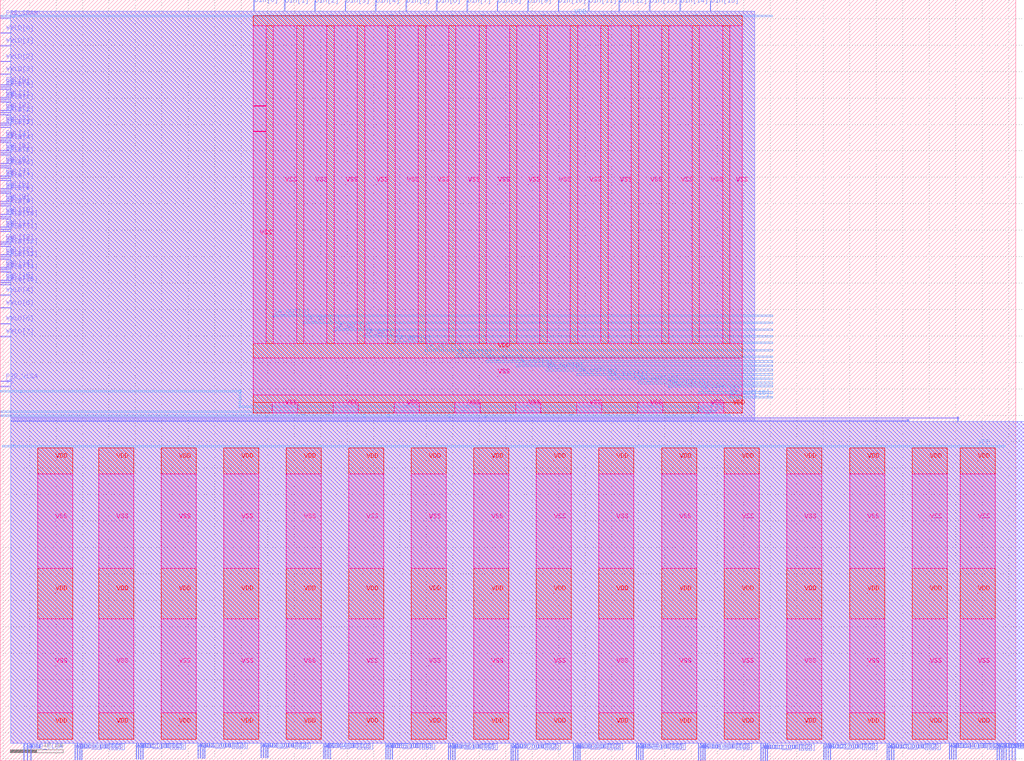
<source format=lef>
VERSION 5.7 ;
  NOWIREEXTENSIONATPIN ON ;
  DIVIDERCHAR "/" ;
  BUSBITCHARS "[]" ;
MACRO Integrated_bitcell_with_dummy_cells
  CLASS BLOCK ;
  FOREIGN Integrated_bitcell_with_dummy_cells ;
  ORIGIN 45.520 90.350 ;
  SIZE 191.920 BY 143.910 ;
  PIN PRE_SRAM
    PORT
      LAYER met1 ;
        RECT -45.490 50.000 -43.600 50.140 ;
    END
  END PRE_SRAM
  PIN RWL[0]
    PORT
      LAYER met1 ;
        RECT -45.490 37.410 -43.600 37.550 ;
    END
  END RWL[0]
  PIN WWL[0]
    PORT
      LAYER met1 ;
        RECT -45.490 37.010 -43.600 37.150 ;
    END
  END WWL[0]
  PIN RWLB[0]
    PORT
      LAYER met1 ;
        RECT -45.490 36.600 -43.600 36.740 ;
    END
  END RWLB[0]
  PIN RWL[1]
    PORT
      LAYER met1 ;
        RECT -45.490 35.000 -43.600 35.140 ;
    END
  END RWL[1]
  PIN WWL[1]
    PORT
      LAYER met1 ;
        RECT -45.490 34.600 -43.600 34.740 ;
    END
  END WWL[1]
  PIN RWLB[1]
    PORT
      LAYER met1 ;
        RECT -45.490 34.190 -43.600 34.330 ;
    END
  END RWLB[1]
  PIN RWL[2]
    PORT
      LAYER met1 ;
        RECT -45.490 32.590 -43.600 32.730 ;
    END
  END RWL[2]
  PIN WWL[2]
    PORT
      LAYER met1 ;
        RECT -45.490 32.190 -43.600 32.330 ;
    END
  END WWL[2]
  PIN RWLB[2]
    PORT
      LAYER met1 ;
        RECT -45.490 31.780 -43.600 31.920 ;
    END
  END RWLB[2]
  PIN RWL[3]
    PORT
      LAYER met1 ;
        RECT -45.490 30.180 -43.600 30.320 ;
    END
  END RWL[3]
  PIN WWL[3]
    PORT
      LAYER met1 ;
        RECT -45.490 29.780 -43.600 29.920 ;
    END
  END WWL[3]
  PIN RWLB[3]
    PORT
      LAYER met1 ;
        RECT -45.490 29.370 -43.600 29.510 ;
    END
  END RWLB[3]
  PIN RWL[4]
    PORT
      LAYER met1 ;
        RECT -45.490 27.370 -43.600 27.510 ;
    END
  END RWL[4]
  PIN WWL[4]
    PORT
      LAYER met1 ;
        RECT -45.490 26.970 -43.600 27.110 ;
    END
  END WWL[4]
  PIN RWLB[4]
    PORT
      LAYER met1 ;
        RECT -45.490 26.560 -43.600 26.700 ;
    END
  END RWLB[4]
  PIN RWL[5]
    PORT
      LAYER met1 ;
        RECT -45.490 24.960 -43.600 25.100 ;
    END
  END RWL[5]
  PIN WWL[5]
    PORT
      LAYER met1 ;
        RECT -45.490 24.560 -43.600 24.700 ;
    END
  END WWL[5]
  PIN RWLB[5]
    PORT
      LAYER met1 ;
        RECT -45.490 24.150 -43.600 24.290 ;
    END
  END RWLB[5]
  PIN RWL[6]
    PORT
      LAYER met1 ;
        RECT -45.490 22.550 -43.600 22.690 ;
    END
  END RWL[6]
  PIN WWL[6]
    PORT
      LAYER met1 ;
        RECT -45.490 22.150 -43.600 22.290 ;
    END
  END WWL[6]
  PIN RWLB[6]
    PORT
      LAYER met1 ;
        RECT -45.490 21.740 -43.600 21.880 ;
    END
  END RWLB[6]
  PIN RWL[7]
    PORT
      LAYER met1 ;
        RECT -45.490 20.140 -43.600 20.280 ;
    END
  END RWL[7]
  PIN WWL[7]
    PORT
      LAYER met1 ;
        RECT -45.490 19.740 -43.600 19.880 ;
    END
  END WWL[7]
  PIN RWLB[7]
    PORT
      LAYER met1 ;
        RECT -45.490 19.330 -43.600 19.470 ;
    END
  END RWLB[7]
  PIN RWL[8]
    PORT
      LAYER met1 ;
        RECT -45.490 17.730 -43.600 17.870 ;
    END
  END RWL[8]
  PIN WWL[8]
    PORT
      LAYER met1 ;
        RECT -45.490 17.330 -43.600 17.470 ;
    END
  END WWL[8]
  PIN RWLB[8]
    PORT
      LAYER met1 ;
        RECT -45.490 16.920 -43.600 17.060 ;
    END
  END RWLB[8]
  PIN RWL[9]
    PORT
      LAYER met1 ;
        RECT -45.490 15.320 -43.600 15.460 ;
    END
  END RWL[9]
  PIN WWL[9]
    PORT
      LAYER met1 ;
        RECT -45.490 14.920 -43.600 15.060 ;
    END
  END WWL[9]
  PIN RWLB[9]
    PORT
      LAYER met1 ;
        RECT -45.490 14.510 -43.600 14.650 ;
    END
  END RWLB[9]
  PIN RWL[10]
    PORT
      LAYER met1 ;
        RECT -45.490 12.910 -43.600 13.050 ;
    END
  END RWL[10]
  PIN WWL[10]
    PORT
      LAYER met1 ;
        RECT -45.490 12.510 -43.600 12.650 ;
    END
  END WWL[10]
  PIN RWLB[10]
    PORT
      LAYER met1 ;
        RECT -45.490 12.100 -43.600 12.240 ;
    END
  END RWLB[10]
  PIN RWL[11]
    PORT
      LAYER met1 ;
        RECT -45.490 10.500 -43.600 10.640 ;
    END
  END RWL[11]
  PIN WWL[11]
    PORT
      LAYER met1 ;
        RECT -45.490 10.100 -43.600 10.240 ;
    END
  END WWL[11]
  PIN RWLB[11]
    PORT
      LAYER met1 ;
        RECT -45.490 9.690 -43.600 9.830 ;
    END
  END RWLB[11]
  PIN RWL[12]
    PORT
      LAYER met1 ;
        RECT -45.490 7.680 -43.600 7.820 ;
    END
  END RWL[12]
  PIN WWL[12]
    PORT
      LAYER met1 ;
        RECT -45.490 7.280 -43.600 7.420 ;
    END
  END WWL[12]
  PIN RWLB[12]
    PORT
      LAYER met1 ;
        RECT -45.490 6.870 -43.600 7.010 ;
    END
  END RWLB[12]
  PIN RWL[13]
    PORT
      LAYER met1 ;
        RECT -45.490 5.270 -43.600 5.410 ;
    END
  END RWL[13]
  PIN WWL[13]
    PORT
      LAYER met1 ;
        RECT -45.490 4.870 -43.600 5.010 ;
    END
  END WWL[13]
  PIN RWLB[13]
    PORT
      LAYER met1 ;
        RECT -45.490 4.460 -43.600 4.600 ;
    END
  END RWLB[13]
  PIN RWL[14]
    PORT
      LAYER met1 ;
        RECT -45.490 2.860 -43.600 3.000 ;
    END
  END RWL[14]
  PIN WWL[14]
    PORT
      LAYER met1 ;
        RECT -45.490 2.460 -43.600 2.600 ;
    END
  END WWL[14]
  PIN RWLB[14]
    PORT
      LAYER met1 ;
        RECT -45.490 2.050 -43.600 2.190 ;
    END
  END RWLB[14]
  PIN RWL[15]
    PORT
      LAYER met1 ;
        RECT -45.490 0.450 -43.600 0.590 ;
    END
  END RWL[15]
  PIN WWL[15]
    PORT
      LAYER met1 ;
        RECT -45.490 0.050 -43.600 0.190 ;
    END
  END WWL[15]
  PIN RWLB[15]
    PORT
      LAYER met1 ;
        RECT -45.490 -0.360 -43.600 -0.220 ;
    END
  END RWLB[15]
  PIN PRE_VLSA
    PORT
      LAYER met1 ;
        RECT -45.490 -18.660 -43.600 -18.520 ;
    END
  END PRE_VLSA
  PIN WE
    PORT
      LAYER met1 ;
        RECT -45.490 -19.640 -43.600 -19.500 ;
    END
  END WE
  PIN PRE_CLSA
    PORT
      LAYER met2 ;
        RECT -39.820 -90.250 -39.680 -87.060 ;
    END
  END PRE_CLSA
  PIN VCLP
    PORT
      LAYER met2 ;
        RECT -40.480 -90.250 -40.340 -87.060 ;
    END
  END VCLP
  PIN SAEN
    PORT
      LAYER met2 ;
        RECT -41.140 -90.250 -41.000 -87.060 ;
    END
  END SAEN
  PIN ADC0_OUT[0]
    PORT
      LAYER met2 ;
        RECT -31.420 -90.170 -31.280 -87.060 ;
    END
  END ADC0_OUT[0]
  PIN ADC0_OUT[1]
    PORT
      LAYER met2 ;
        RECT -31.010 -90.170 -30.870 -87.060 ;
    END
  END ADC0_OUT[1]
  PIN ADC0_OUT[2]
    PORT
      LAYER met2 ;
        RECT -30.610 -90.170 -30.470 -87.060 ;
    END
  END ADC0_OUT[2]
  PIN ADC0_OUT[3]
    PORT
      LAYER met2 ;
        RECT -30.200 -90.170 -30.060 -87.060 ;
    END
  END ADC0_OUT[3]
  PIN ADC1_OUT[0]
    PORT
      LAYER met2 ;
        RECT -19.870 -90.090 -19.730 -87.060 ;
    END
  END ADC1_OUT[0]
  PIN ADC1_OUT[1]
    PORT
      LAYER met2 ;
        RECT -19.470 -90.090 -19.330 -87.060 ;
    END
  END ADC1_OUT[1]
  PIN ADC1_OUT[2]
    PORT
      LAYER met2 ;
        RECT -19.050 -90.090 -18.910 -87.060 ;
    END
  END ADC1_OUT[2]
  PIN ADC1_OUT[3]
    PORT
      LAYER met2 ;
        RECT -18.640 -90.090 -18.500 -87.060 ;
    END
  END ADC1_OUT[3]
  PIN ADC2_OUT[0]
    PORT
      LAYER met2 ;
        RECT -8.180 -89.860 -8.040 -87.060 ;
    END
  END ADC2_OUT[0]
  PIN ADC2_OUT[1]
    PORT
      LAYER met2 ;
        RECT -7.780 -89.860 -7.640 -87.060 ;
    END
  END ADC2_OUT[1]
  PIN ADC2_OUT[2]
    PORT
      LAYER met2 ;
        RECT -7.360 -89.860 -7.220 -87.060 ;
    END
  END ADC2_OUT[2]
  PIN ADC2_OUT[3]
    PORT
      LAYER met2 ;
        RECT -6.950 -89.860 -6.810 -87.060 ;
    END
  END ADC2_OUT[3]
  PIN ADC3_OUT[0]
    PORT
      LAYER met2 ;
        RECT 3.730 -89.780 3.870 -87.060 ;
    END
  END ADC3_OUT[0]
  PIN ADC3_OUT[1]
    PORT
      LAYER met2 ;
        RECT 4.130 -89.780 4.270 -87.060 ;
    END
  END ADC3_OUT[1]
  PIN ADC3_OUT[2]
    PORT
      LAYER met2 ;
        RECT 4.550 -89.780 4.690 -87.060 ;
    END
  END ADC3_OUT[2]
  PIN ADC3_OUT[3]
    PORT
      LAYER met2 ;
        RECT 4.960 -89.780 5.100 -87.060 ;
    END
  END ADC3_OUT[3]
  PIN ADC4_OUT[0]
    PORT
      LAYER met2 ;
        RECT 15.500 -89.950 15.640 -87.060 ;
    END
  END ADC4_OUT[0]
  PIN ADC4_OUT[1]
    PORT
      LAYER met2 ;
        RECT 15.900 -89.950 16.040 -87.060 ;
    END
  END ADC4_OUT[1]
  PIN ADC4_OUT[2]
    PORT
      LAYER met2 ;
        RECT 16.320 -89.950 16.460 -87.060 ;
    END
  END ADC4_OUT[2]
  PIN ADC4_OUT[3]
    PORT
      LAYER met2 ;
        RECT 16.730 -89.950 16.870 -87.060 ;
    END
  END ADC4_OUT[3]
  PIN ADC5_OUT[0]
    PORT
      LAYER met2 ;
        RECT 27.270 -90.070 27.410 -87.060 ;
    END
  END ADC5_OUT[0]
  PIN ADC5_OUT[1]
    PORT
      LAYER met2 ;
        RECT 27.670 -90.070 27.810 -87.060 ;
    END
  END ADC5_OUT[1]
  PIN ADC5_OUT[2]
    PORT
      LAYER met2 ;
        RECT 28.090 -90.070 28.230 -87.060 ;
    END
  END ADC5_OUT[2]
  PIN ADC5_OUT[3]
    PORT
      LAYER met2 ;
        RECT 28.500 -90.070 28.640 -87.060 ;
    END
  END ADC5_OUT[3]
  PIN ADC6_OUT[0]
    PORT
      LAYER met2 ;
        RECT 39.090 -90.180 39.230 -87.060 ;
    END
  END ADC6_OUT[0]
  PIN ADC6_OUT[1]
    PORT
      LAYER met2 ;
        RECT 39.490 -90.180 39.630 -87.060 ;
    END
  END ADC6_OUT[1]
  PIN ADC6_OUT[2]
    PORT
      LAYER met2 ;
        RECT 39.910 -90.180 40.050 -87.060 ;
    END
  END ADC6_OUT[2]
  PIN ADC6_OUT[3]
    PORT
      LAYER met2 ;
        RECT 40.320 -90.180 40.460 -87.060 ;
    END
  END ADC6_OUT[3]
  PIN ADC7_OUT[0]
    PORT
      LAYER met2 ;
        RECT 50.950 -90.260 51.090 -87.060 ;
    END
  END ADC7_OUT[0]
  PIN ADC7_OUT[1]
    PORT
      LAYER met2 ;
        RECT 51.350 -90.260 51.490 -87.060 ;
    END
  END ADC7_OUT[1]
  PIN ADC7_OUT[2]
    PORT
      LAYER met2 ;
        RECT 51.770 -90.260 51.910 -87.060 ;
    END
  END ADC7_OUT[2]
  PIN ADC7_OUT[3]
    PORT
      LAYER met2 ;
        RECT 52.180 -90.260 52.320 -87.060 ;
    END
  END ADC7_OUT[3]
  PIN ADC8_OUT[0]
    PORT
      LAYER met2 ;
        RECT 62.740 -90.230 62.880 -87.060 ;
    END
  END ADC8_OUT[0]
  PIN ADC8_OUT[1]
    PORT
      LAYER met2 ;
        RECT 63.140 -90.230 63.280 -87.060 ;
    END
  END ADC8_OUT[1]
  PIN ADC8_OUT[2]
    PORT
      LAYER met2 ;
        RECT 63.560 -90.230 63.700 -87.060 ;
    END
  END ADC8_OUT[2]
  PIN ADC8_OUT[3]
    PORT
      LAYER met2 ;
        RECT 63.970 -90.230 64.110 -87.060 ;
    END
  END ADC8_OUT[3]
  PIN ADC9_OUT[0]
    PORT
      LAYER met2 ;
        RECT 74.620 -90.120 74.760 -87.060 ;
    END
  END ADC9_OUT[0]
  PIN ADC9_OUT[1]
    PORT
      LAYER met2 ;
        RECT 75.020 -90.120 75.160 -87.060 ;
    END
  END ADC9_OUT[1]
  PIN ADC9_OUT[2]
    PORT
      LAYER met2 ;
        RECT 75.440 -90.120 75.580 -87.060 ;
    END
  END ADC9_OUT[2]
  PIN ADC9_OUT[3]
    PORT
      LAYER met2 ;
        RECT 75.850 -90.120 75.990 -87.060 ;
    END
  END ADC9_OUT[3]
  PIN ADC10_OUT[0]
    PORT
      LAYER met2 ;
        RECT 86.350 -90.270 86.490 -87.060 ;
    END
  END ADC10_OUT[0]
  PIN ADC10_OUT[1]
    PORT
      LAYER met2 ;
        RECT 86.750 -90.270 86.890 -87.060 ;
    END
  END ADC10_OUT[1]
  PIN ADC10_OUT[2]
    PORT
      LAYER met2 ;
        RECT 87.170 -90.270 87.310 -87.060 ;
    END
  END ADC10_OUT[2]
  PIN ADC10_OUT[3]
    PORT
      LAYER met2 ;
        RECT 87.580 -90.270 87.720 -87.060 ;
    END
  END ADC10_OUT[3]
  PIN ADC11_OUT[0]
    PORT
      LAYER met2 ;
        RECT 98.170 -90.350 98.310 -87.060 ;
    END
  END ADC11_OUT[0]
  PIN ADC11_OUT[1]
    PORT
      LAYER met2 ;
        RECT 98.570 -90.350 98.710 -87.060 ;
    END
  END ADC11_OUT[1]
  PIN ADC11_OUT[2]
    PORT
      LAYER met2 ;
        RECT 98.990 -90.350 99.130 -87.060 ;
    END
  END ADC11_OUT[2]
  PIN ADC11_OUT[3]
    PORT
      LAYER met2 ;
        RECT 99.400 -90.350 99.540 -87.060 ;
    END
  END ADC11_OUT[3]
  PIN ADC12_OUT[0]
    PORT
      LAYER met2 ;
        RECT 110.060 -90.170 110.200 -87.060 ;
    END
  END ADC12_OUT[0]
  PIN ADC12_OUT[1]
    PORT
      LAYER met2 ;
        RECT 110.460 -90.170 110.600 -87.060 ;
    END
  END ADC12_OUT[1]
  PIN ADC12_OUT[2]
    PORT
      LAYER met2 ;
        RECT 110.880 -90.170 111.020 -87.060 ;
    END
  END ADC12_OUT[2]
  PIN ADC12_OUT[3]
    PORT
      LAYER met2 ;
        RECT 111.290 -90.170 111.430 -87.060 ;
    END
  END ADC12_OUT[3]
  PIN ADC13_OUT[0]
    PORT
      LAYER met2 ;
        RECT 122.010 -90.130 122.150 -87.060 ;
    END
  END ADC13_OUT[0]
  PIN ADC13_OUT[1]
    PORT
      LAYER met2 ;
        RECT 122.410 -90.130 122.550 -87.060 ;
    END
  END ADC13_OUT[1]
  PIN ADC13_OUT[2]
    PORT
      LAYER met2 ;
        RECT 122.830 -90.130 122.970 -87.060 ;
    END
  END ADC13_OUT[2]
  PIN ADC13_OUT[3]
    PORT
      LAYER met2 ;
        RECT 123.240 -90.130 123.380 -87.060 ;
    END
  END ADC13_OUT[3]
  PIN ADC14_OUT[0]
    PORT
      LAYER met2 ;
        RECT 133.770 -90.070 133.910 -87.060 ;
    END
  END ADC14_OUT[0]
  PIN ADC14_OUT[1]
    PORT
      LAYER met2 ;
        RECT 134.170 -90.070 134.310 -87.060 ;
    END
  END ADC14_OUT[1]
  PIN ADC14_OUT[2]
    PORT
      LAYER met2 ;
        RECT 134.590 -90.070 134.730 -87.060 ;
    END
  END ADC14_OUT[2]
  PIN ADC14_OUT[3]
    PORT
      LAYER met2 ;
        RECT 135.000 -90.070 135.140 -87.060 ;
    END
  END ADC14_OUT[3]
  PIN ADC15_OUT[0]
    PORT
      LAYER met2 ;
        RECT 142.810 -90.110 142.950 -87.060 ;
    END
  END ADC15_OUT[0]
  PIN ADC15_OUT[1]
    PORT
      LAYER met2 ;
        RECT 143.210 -90.110 143.350 -87.060 ;
    END
  END ADC15_OUT[1]
  PIN ADC15_OUT[2]
    PORT
      LAYER met2 ;
        RECT 143.630 -90.110 143.770 -87.060 ;
    END
  END ADC15_OUT[2]
  PIN ADC15_OUT[3]
    PORT
      LAYER met2 ;
        RECT 144.040 -90.110 144.180 -87.060 ;
    END
  END ADC15_OUT[3]
  PIN Din[0]
    PORT
      LAYER met2 ;
        RECT 2.340 51.430 2.480 53.560 ;
    END
  END Din[0]
  PIN Din[1]
    PORT
      LAYER met2 ;
        RECT 8.150 51.430 8.290 53.450 ;
    END
  END Din[1]
  PIN Din[2]
    PORT
      LAYER met2 ;
        RECT 13.860 51.430 14.000 53.410 ;
    END
  END Din[2]
  PIN Din[3]
    PORT
      LAYER met2 ;
        RECT 19.640 51.430 19.780 53.420 ;
    END
  END Din[3]
  PIN Din[4]
    PORT
      LAYER met2 ;
        RECT 25.370 51.430 25.510 53.420 ;
    END
  END Din[4]
  PIN Din[5]
    PORT
      LAYER met2 ;
        RECT 31.100 51.430 31.240 53.400 ;
    END
  END Din[5]
  PIN Din[6]
    PORT
      LAYER met2 ;
        RECT 36.860 51.430 37.000 53.410 ;
    END
  END Din[6]
  PIN Din[7]
    PORT
      LAYER met2 ;
        RECT 42.640 51.430 42.780 53.420 ;
    END
  END Din[7]
  PIN Din[8]
    PORT
      LAYER met2 ;
        RECT 48.370 51.430 48.510 53.420 ;
    END
  END Din[8]
  PIN Din[9]
    PORT
      LAYER met2 ;
        RECT 54.120 51.430 54.260 53.400 ;
    END
  END Din[9]
  PIN Din[10]
    PORT
      LAYER met2 ;
        RECT 59.880 51.430 60.020 53.410 ;
    END
  END Din[10]
  PIN Din[11]
    PORT
      LAYER met2 ;
        RECT 65.610 51.430 65.750 53.410 ;
    END
  END Din[11]
  PIN Din[12]
    PORT
      LAYER met2 ;
        RECT 71.360 51.430 71.500 53.410 ;
    END
  END Din[12]
  PIN Din[13]
    PORT
      LAYER met2 ;
        RECT 77.110 51.430 77.250 53.420 ;
    END
  END Din[13]
  PIN Din[14]
    PORT
      LAYER met2 ;
        RECT 82.880 51.430 83.020 53.420 ;
    END
  END Din[14]
  PIN Din[15]
    PORT
      LAYER met2 ;
        RECT 88.630 51.430 88.770 53.420 ;
    END
  END Din[15]
  PIN WWLD[0]
    PORT
      LAYER met1 ;
        RECT -45.490 47.210 -43.600 47.350 ;
    END
  END WWLD[0]
  PIN WWLD[1]
    PORT
      LAYER met1 ;
        RECT -45.490 44.800 -43.600 44.940 ;
    END
  END WWLD[1]
  PIN WWLD[2]
    PORT
      LAYER met1 ;
        RECT -45.490 41.830 -43.600 41.970 ;
    END
  END WWLD[2]
  PIN WWLD[3]
    PORT
      LAYER met1 ;
        RECT -45.490 39.420 -43.600 39.560 ;
    END
  END WWLD[3]
  PIN WWLD[4]
    PORT
      LAYER met1 ;
        RECT -45.490 -2.360 -43.600 -2.220 ;
    END
  END WWLD[4]
  PIN WWLD[5]
    PORT
      LAYER met1 ;
        RECT -45.490 -4.770 -43.600 -4.630 ;
    END
  END WWLD[5]
  PIN WWLD[6]
    PORT
      LAYER met1 ;
        RECT -45.490 -7.770 -43.600 -7.630 ;
    END
  END WWLD[6]
  PIN WWLD[7]
    PORT
      LAYER met1 ;
        RECT -45.490 -10.180 -43.600 -10.040 ;
    END
  END WWLD[7]
  PIN SA_OUT[0]
    PORT
      LAYER met3 ;
        RECT 5.930 -6.070 6.290 -6.040 ;
        RECT 5.930 -6.370 100.480 -6.070 ;
        RECT 5.930 -6.400 6.290 -6.370 ;
    END
  END SA_OUT[0]
  PIN SA_OUT[1]
    PORT
      LAYER met3 ;
        RECT 11.680 -7.340 12.040 -7.310 ;
        RECT 11.680 -7.640 100.480 -7.340 ;
        RECT 11.680 -7.670 12.040 -7.640 ;
    END
  END SA_OUT[1]
  PIN SA_OUT[2]
    PORT
      LAYER met3 ;
        RECT 17.480 -8.710 17.840 -8.680 ;
        RECT 17.480 -9.010 100.480 -8.710 ;
        RECT 17.480 -9.040 17.840 -9.010 ;
    END
  END SA_OUT[2]
  PIN SA_OUT[3]
    PORT
      LAYER met3 ;
        RECT 23.180 -9.880 23.540 -9.850 ;
        RECT 23.180 -10.180 100.480 -9.880 ;
        RECT 23.180 -10.210 23.540 -10.180 ;
    END
  END SA_OUT[3]
  PIN SA_OUT[4]
    PORT
      LAYER met3 ;
        RECT 28.930 -11.130 29.290 -11.100 ;
        RECT 28.930 -11.430 100.480 -11.130 ;
        RECT 28.930 -11.460 29.290 -11.430 ;
    END
  END SA_OUT[4]
  PIN SA_OUT[5]
    PORT
      LAYER met3 ;
        RECT 34.680 -12.580 35.040 -12.550 ;
        RECT 34.680 -12.880 100.480 -12.580 ;
        RECT 34.680 -12.910 35.040 -12.880 ;
    END
  END SA_OUT[5]
  PIN SA_OUT[6]
    PORT
      LAYER met3 ;
        RECT 40.400 -13.800 40.800 -13.750 ;
        RECT 40.400 -14.100 100.480 -13.800 ;
        RECT 40.400 -14.150 40.800 -14.100 ;
    END
  END SA_OUT[6]
  PIN SA_OUT[7]
    PORT
      LAYER met3 ;
        RECT 46.180 -14.680 46.540 -14.650 ;
        RECT 46.180 -14.980 100.480 -14.680 ;
        RECT 46.180 -15.010 46.540 -14.980 ;
    END
  END SA_OUT[7]
  PIN SA_OUT[8]
    PORT
      LAYER met3 ;
        RECT 51.930 -15.510 52.290 -15.480 ;
        RECT 51.930 -15.810 100.480 -15.510 ;
        RECT 51.930 -15.840 52.290 -15.810 ;
    END
  END SA_OUT[8]
  PIN SA_OUT[9]
    PORT
      LAYER met3 ;
        RECT 57.680 -16.290 58.040 -16.260 ;
        RECT 57.680 -16.590 100.480 -16.290 ;
        RECT 57.680 -16.620 58.040 -16.590 ;
    END
  END SA_OUT[9]
  PIN SA_OUT[10]
    PORT
      LAYER met3 ;
        RECT 63.430 -17.150 63.790 -17.120 ;
        RECT 63.430 -17.450 100.480 -17.150 ;
        RECT 63.430 -17.480 63.790 -17.450 ;
    END
  END SA_OUT[10]
  PIN SA_OUT[11]
    PORT
      LAYER met3 ;
        RECT 69.180 -17.950 69.540 -17.920 ;
        RECT 69.180 -18.250 100.480 -17.950 ;
        RECT 69.180 -18.280 69.540 -18.250 ;
    END
  END SA_OUT[11]
  PIN SA_OUT[12]
    PORT
      LAYER met3 ;
        RECT 74.930 -18.750 75.290 -18.720 ;
        RECT 74.930 -19.050 100.480 -18.750 ;
        RECT 74.930 -19.080 75.290 -19.050 ;
    END
  END SA_OUT[12]
  PIN SA_OUT[13]
    PORT
      LAYER met3 ;
        RECT 80.680 -19.400 81.040 -19.370 ;
        RECT 80.680 -19.700 100.480 -19.400 ;
        RECT 80.680 -19.730 81.040 -19.700 ;
    END
  END SA_OUT[13]
  PIN SA_OUT[14]
    PORT
      LAYER met3 ;
        RECT 86.430 -20.540 86.790 -20.510 ;
        RECT 86.430 -20.840 100.480 -20.540 ;
        RECT 86.430 -20.870 86.790 -20.840 ;
    END
  END SA_OUT[14]
  PIN SA_OUT[15]
    PORT
      LAYER met3 ;
        RECT 92.180 -21.430 92.540 -21.400 ;
        RECT 92.180 -21.730 100.480 -21.430 ;
        RECT 92.180 -21.760 92.540 -21.730 ;
    END
  END SA_OUT[15]
  PIN EN
    PORT
      LAYER met3 ;
        RECT 7.300 -24.190 7.700 -24.140 ;
        RECT 8.850 -24.190 9.250 -24.140 ;
        RECT 18.800 -24.190 19.200 -24.140 ;
        RECT 20.350 -24.190 20.750 -24.140 ;
        RECT 30.300 -24.190 30.700 -24.140 ;
        RECT 31.840 -24.190 32.240 -24.140 ;
        RECT 41.770 -24.190 42.170 -24.140 ;
        RECT 43.360 -24.190 43.760 -24.150 ;
        RECT 53.290 -24.190 53.690 -24.140 ;
        RECT 54.840 -24.190 55.240 -24.140 ;
        RECT 64.800 -24.190 65.200 -24.150 ;
        RECT 66.330 -24.190 66.730 -24.150 ;
        RECT 76.310 -24.190 76.710 -24.140 ;
        RECT 77.840 -24.190 78.240 -24.140 ;
        RECT 87.800 -24.190 88.200 -24.140 ;
        RECT 89.320 -24.190 89.720 -24.130 ;
        RECT -45.420 -24.490 89.720 -24.190 ;
        RECT 7.300 -24.540 7.700 -24.490 ;
        RECT 8.850 -24.540 9.250 -24.490 ;
        RECT 18.800 -24.540 19.200 -24.490 ;
        RECT 20.350 -24.540 20.750 -24.490 ;
        RECT 30.300 -24.540 30.700 -24.490 ;
        RECT 31.840 -24.540 32.240 -24.490 ;
        RECT 41.770 -24.540 42.170 -24.490 ;
        RECT 43.360 -24.550 43.760 -24.490 ;
        RECT 53.290 -24.540 53.690 -24.490 ;
        RECT 54.840 -24.540 55.240 -24.490 ;
        RECT 64.800 -24.550 65.200 -24.490 ;
        RECT 66.330 -24.550 66.730 -24.490 ;
        RECT 76.310 -24.540 76.710 -24.490 ;
        RECT 77.840 -24.540 78.240 -24.490 ;
        RECT 87.800 -24.540 88.200 -24.490 ;
        RECT 89.320 -24.540 89.720 -24.490 ;
    END
  END EN
  PIN PRE_A
    PORT
      LAYER met3 ;
        RECT 4.610 -24.950 5.010 -24.910 ;
        RECT 11.540 -24.950 11.940 -24.840 ;
        RECT 16.100 -24.950 16.500 -24.830 ;
        RECT 23.030 -24.950 23.430 -24.880 ;
        RECT 27.620 -24.950 28.020 -24.890 ;
        RECT 34.540 -24.950 34.940 -24.870 ;
        RECT 39.120 -24.950 39.520 -24.890 ;
        RECT 46.030 -24.950 46.430 -24.910 ;
        RECT 50.610 -24.950 51.010 -24.850 ;
        RECT 57.540 -24.950 57.940 -24.870 ;
        RECT 62.110 -24.950 62.510 -24.830 ;
        RECT 69.030 -24.950 69.430 -24.870 ;
        RECT 73.610 -24.950 74.010 -24.870 ;
        RECT 80.530 -24.950 80.930 -24.900 ;
        RECT 85.110 -24.950 85.510 -24.890 ;
        RECT 92.030 -24.950 92.390 -24.870 ;
        RECT -45.420 -25.250 92.390 -24.950 ;
        RECT 4.610 -25.310 5.010 -25.250 ;
        RECT 23.030 -25.280 23.430 -25.250 ;
        RECT 27.620 -25.290 28.020 -25.250 ;
        RECT 34.540 -25.270 34.940 -25.250 ;
        RECT 39.120 -25.290 39.520 -25.250 ;
        RECT 46.030 -25.310 46.430 -25.250 ;
        RECT 57.540 -25.270 57.940 -25.250 ;
        RECT 69.030 -25.270 69.430 -25.250 ;
        RECT 73.610 -25.270 74.010 -25.250 ;
        RECT 80.530 -25.300 80.930 -25.250 ;
        RECT 85.110 -25.290 85.510 -25.250 ;
    END
  END PRE_A
  PIN VDD
    PORT
      LAYER met3 ;
        RECT -43.170 -30.670 -42.810 -30.600 ;
        RECT -35.270 -30.670 -34.910 -30.640 ;
        RECT -23.770 -30.670 -23.410 -30.640 ;
        RECT -11.950 -30.670 -11.590 -30.630 ;
        RECT 11.670 -30.670 12.030 -30.660 ;
        RECT 47.130 -30.670 47.490 -30.640 ;
        RECT 82.590 -30.670 82.950 -30.650 ;
        RECT 94.430 -30.670 94.790 -30.660 ;
        RECT 118.140 -30.670 118.500 -30.630 ;
        RECT 130.010 -30.670 130.370 -30.650 ;
        RECT -45.150 -30.970 144.360 -30.670 ;
        RECT -35.270 -31.000 -34.910 -30.970 ;
        RECT -23.770 -31.000 -23.410 -30.970 ;
        RECT -11.950 -30.990 -11.590 -30.970 ;
        RECT -0.140 -31.040 0.220 -30.970 ;
        RECT 11.670 -31.020 12.030 -30.970 ;
        RECT 23.490 -31.030 23.850 -30.970 ;
        RECT 35.310 -31.030 35.670 -30.970 ;
        RECT 47.130 -31.000 47.490 -30.970 ;
        RECT 58.950 -31.030 59.310 -30.970 ;
        RECT 70.770 -31.030 71.130 -30.970 ;
        RECT 82.590 -31.010 82.950 -30.970 ;
        RECT 94.430 -31.020 94.790 -30.970 ;
        RECT 106.270 -31.030 106.630 -30.970 ;
        RECT 118.140 -30.990 118.500 -30.970 ;
        RECT 130.010 -31.010 130.370 -30.970 ;
        RECT 139.020 -31.030 139.380 -30.970 ;
    END
    PORT
      LAYER met3 ;
        RECT 5.190 50.640 5.590 50.740 ;
        RECT 10.950 50.640 11.350 50.740 ;
        RECT 16.700 50.640 17.100 50.740 ;
        RECT 22.430 50.640 22.830 50.740 ;
        RECT 28.190 50.640 28.590 50.740 ;
        RECT 33.930 50.640 34.330 50.740 ;
        RECT 39.680 50.640 40.080 50.740 ;
        RECT 45.430 50.640 45.830 50.740 ;
        RECT 51.180 50.640 51.580 50.740 ;
        RECT 56.940 50.640 57.340 50.740 ;
        RECT 62.690 50.640 63.090 50.730 ;
        RECT 68.430 50.640 68.830 50.740 ;
        RECT 74.180 50.640 74.580 50.740 ;
        RECT 79.930 50.640 80.330 50.740 ;
        RECT 85.670 50.640 86.070 50.740 ;
        RECT 91.420 50.640 91.820 50.740 ;
        RECT -45.490 50.340 100.380 50.640 ;
        RECT -43.170 50.280 -42.810 50.340 ;
        RECT 62.690 50.330 63.090 50.340 ;
    END
    PORT
      LAYER nwell ;
        RECT 135.850 -86.240 142.470 -81.270 ;
    END
    PORT
      LAYER nwell ;
        RECT 126.840 -86.240 133.460 -81.270 ;
    END
    PORT
      LAYER nwell ;
        RECT 114.970 -86.240 121.590 -81.270 ;
    END
    PORT
      LAYER nwell ;
        RECT 103.100 -86.240 109.720 -81.270 ;
    END
    PORT
      LAYER nwell ;
        RECT 91.260 -86.240 97.880 -81.270 ;
    END
    PORT
      LAYER nwell ;
        RECT 79.420 -86.240 86.040 -81.270 ;
    END
    PORT
      LAYER nwell ;
        RECT 67.600 -86.240 74.220 -81.270 ;
    END
    PORT
      LAYER nwell ;
        RECT 55.780 -86.240 62.400 -81.270 ;
    END
    PORT
      LAYER nwell ;
        RECT 43.960 -86.240 50.580 -81.270 ;
    END
    PORT
      LAYER nwell ;
        RECT 32.140 -86.240 38.760 -81.270 ;
    END
    PORT
      LAYER nwell ;
        RECT 20.320 -86.240 26.940 -81.270 ;
    END
    PORT
      LAYER nwell ;
        RECT 8.500 -86.240 15.120 -81.270 ;
    END
    PORT
      LAYER nwell ;
        RECT -3.310 -86.240 3.310 -81.270 ;
    END
    PORT
      LAYER nwell ;
        RECT -15.120 -86.240 -8.500 -81.270 ;
    END
    PORT
      LAYER nwell ;
        RECT -26.940 -86.240 -20.320 -81.270 ;
    END
    PORT
      LAYER nwell ;
        RECT -38.440 -86.240 -31.820 -81.270 ;
    END
    PORT
      LAYER nwell ;
        RECT 135.850 -63.470 142.470 -53.940 ;
    END
    PORT
      LAYER nwell ;
        RECT 126.840 -63.470 133.460 -53.940 ;
    END
    PORT
      LAYER nwell ;
        RECT 114.970 -63.470 121.590 -53.940 ;
    END
    PORT
      LAYER nwell ;
        RECT 103.100 -63.470 109.720 -53.940 ;
    END
    PORT
      LAYER nwell ;
        RECT 91.260 -63.470 97.880 -53.940 ;
    END
    PORT
      LAYER nwell ;
        RECT 79.420 -63.470 86.040 -53.940 ;
    END
    PORT
      LAYER nwell ;
        RECT 67.600 -63.470 74.220 -53.940 ;
    END
    PORT
      LAYER nwell ;
        RECT 55.780 -63.470 62.400 -53.940 ;
    END
    PORT
      LAYER nwell ;
        RECT 43.960 -63.470 50.580 -53.940 ;
    END
    PORT
      LAYER nwell ;
        RECT 32.140 -63.470 38.760 -53.940 ;
    END
    PORT
      LAYER nwell ;
        RECT 20.320 -63.470 26.940 -53.940 ;
    END
    PORT
      LAYER nwell ;
        RECT 8.500 -63.470 15.120 -53.940 ;
    END
    PORT
      LAYER nwell ;
        RECT -3.310 -63.470 3.310 -53.940 ;
    END
    PORT
      LAYER nwell ;
        RECT -15.120 -63.470 -8.500 -53.940 ;
    END
    PORT
      LAYER nwell ;
        RECT -26.940 -63.470 -20.320 -53.940 ;
    END
    PORT
      LAYER nwell ;
        RECT -38.440 -63.470 -31.820 -53.940 ;
    END
    PORT
      LAYER nwell ;
        RECT 135.850 -36.140 142.470 -31.170 ;
    END
    PORT
      LAYER nwell ;
        RECT 126.840 -36.140 133.460 -31.170 ;
    END
    PORT
      LAYER nwell ;
        RECT 114.970 -36.140 121.590 -31.170 ;
    END
    PORT
      LAYER nwell ;
        RECT 103.100 -36.140 109.720 -31.170 ;
    END
    PORT
      LAYER nwell ;
        RECT 91.260 -36.140 97.880 -31.170 ;
    END
    PORT
      LAYER nwell ;
        RECT 79.420 -36.140 86.040 -31.170 ;
    END
    PORT
      LAYER nwell ;
        RECT 67.600 -36.140 74.220 -31.170 ;
    END
    PORT
      LAYER nwell ;
        RECT 55.780 -36.140 62.400 -31.170 ;
    END
    PORT
      LAYER nwell ;
        RECT 43.960 -36.140 50.580 -31.170 ;
    END
    PORT
      LAYER nwell ;
        RECT 32.140 -36.140 38.760 -31.170 ;
    END
    PORT
      LAYER nwell ;
        RECT 20.320 -36.140 26.940 -31.170 ;
    END
    PORT
      LAYER nwell ;
        RECT 8.500 -36.140 15.120 -31.170 ;
    END
    PORT
      LAYER nwell ;
        RECT -3.310 -36.140 3.310 -31.170 ;
    END
    PORT
      LAYER nwell ;
        RECT -15.120 -36.140 -8.500 -31.170 ;
    END
    PORT
      LAYER nwell ;
        RECT -26.940 -36.140 -20.320 -31.170 ;
    END
    PORT
      LAYER nwell ;
        RECT -38.440 -36.140 -31.820 -31.170 ;
    END
    PORT
      LAYER nwell ;
        RECT 2.250 -22.560 94.660 -21.210 ;
        RECT 2.250 -24.540 5.890 -22.560 ;
        RECT 10.640 -24.540 17.390 -22.560 ;
        RECT 22.140 -24.540 28.890 -22.560 ;
        RECT 33.640 -24.540 40.390 -22.560 ;
        RECT 45.140 -24.540 51.890 -22.560 ;
        RECT 56.640 -24.540 63.390 -22.560 ;
        RECT 68.140 -24.540 74.890 -22.560 ;
        RECT 79.640 -24.540 86.390 -22.560 ;
        RECT 91.140 -24.540 94.660 -22.560 ;
    END
    PORT
      LAYER nwell ;
        RECT 2.250 48.670 94.660 50.590 ;
        RECT 4.700 -11.420 6.080 48.670 ;
        RECT 10.450 -11.420 11.830 48.670 ;
        RECT 16.200 -11.420 17.580 48.670 ;
        RECT 21.950 -11.420 23.330 48.670 ;
        RECT 27.700 -11.420 29.080 48.670 ;
        RECT 33.450 -11.420 34.830 48.670 ;
        RECT 39.200 -11.420 40.580 48.670 ;
        RECT 44.950 -11.420 46.330 48.670 ;
        RECT 50.700 -11.420 52.080 48.670 ;
        RECT 56.450 -11.420 57.830 48.670 ;
        RECT 62.200 -11.420 63.580 48.670 ;
        RECT 67.950 -11.420 69.330 48.670 ;
        RECT 73.700 -11.420 75.080 48.670 ;
        RECT 79.450 -11.420 80.830 48.670 ;
        RECT 85.200 -11.420 86.580 48.670 ;
        RECT 90.950 -11.420 92.330 48.670 ;
        RECT 2.250 -14.140 94.660 -11.420 ;
    END
  END VDD
  PIN VSS
    PORT
      LAYER met3 ;
        RECT -0.400 -20.300 0.000 -20.250 ;
        RECT -45.520 -20.600 0.000 -20.300 ;
        RECT -41.830 -20.670 -41.470 -20.600 ;
        RECT -0.400 -20.650 0.000 -20.600 ;
        RECT -0.350 -23.210 -0.050 -20.650 ;
        RECT 8.060 -23.200 8.460 -23.150 ;
        RECT 8.050 -23.210 8.460 -23.200 ;
        RECT 19.550 -23.210 19.950 -23.160 ;
        RECT 30.980 -23.210 31.380 -23.170 ;
        RECT 42.550 -23.210 42.950 -23.180 ;
        RECT 53.950 -23.210 54.350 -23.160 ;
        RECT 65.630 -23.210 66.030 -23.160 ;
        RECT 77.080 -23.210 77.480 -23.160 ;
        RECT 88.650 -23.190 89.050 -23.140 ;
        RECT 88.640 -23.210 89.050 -23.190 ;
        RECT -0.350 -23.510 89.050 -23.210 ;
        RECT 8.060 -23.550 8.460 -23.510 ;
        RECT 19.550 -23.560 19.950 -23.510 ;
        RECT 30.970 -23.520 31.380 -23.510 ;
        RECT 30.980 -23.570 31.380 -23.520 ;
        RECT 42.540 -23.530 42.950 -23.510 ;
        RECT 42.550 -23.580 42.950 -23.530 ;
        RECT 53.950 -23.560 54.350 -23.510 ;
        RECT 65.630 -23.560 66.030 -23.510 ;
        RECT 77.080 -23.560 77.480 -23.510 ;
        RECT 88.650 -23.540 89.050 -23.510 ;
    END
    PORT
      LAYER pwell ;
        RECT 135.850 -81.270 142.470 -63.470 ;
    END
    PORT
      LAYER pwell ;
        RECT 126.840 -81.270 133.460 -63.470 ;
    END
    PORT
      LAYER pwell ;
        RECT 114.970 -81.270 121.590 -63.470 ;
    END
    PORT
      LAYER pwell ;
        RECT 103.100 -81.270 109.720 -63.470 ;
    END
    PORT
      LAYER pwell ;
        RECT 91.260 -81.270 97.880 -63.470 ;
    END
    PORT
      LAYER pwell ;
        RECT 79.420 -81.270 86.040 -63.470 ;
    END
    PORT
      LAYER pwell ;
        RECT 67.600 -81.270 74.220 -63.470 ;
    END
    PORT
      LAYER pwell ;
        RECT 55.780 -81.270 62.400 -63.470 ;
    END
    PORT
      LAYER pwell ;
        RECT 43.960 -81.270 50.580 -63.470 ;
    END
    PORT
      LAYER pwell ;
        RECT 32.140 -81.270 38.760 -63.470 ;
    END
    PORT
      LAYER pwell ;
        RECT 20.320 -81.270 26.940 -63.470 ;
    END
    PORT
      LAYER pwell ;
        RECT 8.500 -81.270 15.120 -63.470 ;
    END
    PORT
      LAYER pwell ;
        RECT -3.310 -81.270 3.310 -63.470 ;
    END
    PORT
      LAYER pwell ;
        RECT -15.120 -81.270 -8.500 -63.470 ;
    END
    PORT
      LAYER pwell ;
        RECT -26.940 -81.270 -20.320 -63.470 ;
    END
    PORT
      LAYER pwell ;
        RECT -38.440 -81.270 -31.820 -63.470 ;
    END
    PORT
      LAYER pwell ;
        RECT 135.850 -53.940 142.470 -36.140 ;
    END
    PORT
      LAYER pwell ;
        RECT 126.840 -53.940 133.460 -36.140 ;
    END
    PORT
      LAYER pwell ;
        RECT 114.970 -53.940 121.590 -36.140 ;
    END
    PORT
      LAYER pwell ;
        RECT 103.100 -53.940 109.720 -36.140 ;
    END
    PORT
      LAYER pwell ;
        RECT 91.260 -53.940 97.880 -36.140 ;
    END
    PORT
      LAYER pwell ;
        RECT 79.420 -53.940 86.040 -36.140 ;
    END
    PORT
      LAYER pwell ;
        RECT 67.600 -53.940 74.220 -36.140 ;
    END
    PORT
      LAYER pwell ;
        RECT 55.780 -53.940 62.400 -36.140 ;
    END
    PORT
      LAYER pwell ;
        RECT 43.960 -53.940 50.580 -36.140 ;
    END
    PORT
      LAYER pwell ;
        RECT 32.140 -53.940 38.760 -36.140 ;
    END
    PORT
      LAYER pwell ;
        RECT 20.320 -53.940 26.940 -36.140 ;
    END
    PORT
      LAYER pwell ;
        RECT 8.500 -53.940 15.120 -36.140 ;
    END
    PORT
      LAYER pwell ;
        RECT -3.310 -53.940 3.310 -36.140 ;
    END
    PORT
      LAYER pwell ;
        RECT -15.120 -53.940 -8.500 -36.140 ;
    END
    PORT
      LAYER pwell ;
        RECT -26.940 -53.940 -20.320 -36.140 ;
    END
    PORT
      LAYER pwell ;
        RECT -38.440 -53.940 -31.820 -36.140 ;
    END
    PORT
      LAYER pwell ;
        RECT 86.390 -24.540 91.140 -22.560 ;
    END
    PORT
      LAYER pwell ;
        RECT 74.890 -24.540 79.640 -22.560 ;
    END
    PORT
      LAYER pwell ;
        RECT 63.390 -24.540 68.140 -22.560 ;
    END
    PORT
      LAYER pwell ;
        RECT 51.890 -24.540 56.640 -22.560 ;
    END
    PORT
      LAYER pwell ;
        RECT 40.390 -24.540 45.140 -22.560 ;
    END
    PORT
      LAYER pwell ;
        RECT 28.890 -24.540 33.640 -22.560 ;
    END
    PORT
      LAYER pwell ;
        RECT 17.390 -24.540 22.140 -22.560 ;
    END
    PORT
      LAYER pwell ;
        RECT 5.890 -24.540 10.640 -22.560 ;
    END
    PORT
      LAYER pwell ;
        RECT 2.250 -21.210 94.660 -14.140 ;
    END
    PORT
      LAYER pwell ;
        RECT 92.330 -11.420 94.660 48.670 ;
    END
    PORT
      LAYER pwell ;
        RECT 86.580 -11.420 90.950 48.670 ;
    END
    PORT
      LAYER pwell ;
        RECT 80.830 -11.420 85.200 48.670 ;
    END
    PORT
      LAYER pwell ;
        RECT 75.080 -11.420 79.450 48.670 ;
    END
    PORT
      LAYER pwell ;
        RECT 69.330 -11.420 73.700 48.670 ;
    END
    PORT
      LAYER pwell ;
        RECT 63.580 -11.420 67.950 48.670 ;
    END
    PORT
      LAYER pwell ;
        RECT 57.830 -11.420 62.200 48.670 ;
    END
    PORT
      LAYER pwell ;
        RECT 52.080 -11.420 56.450 48.670 ;
    END
    PORT
      LAYER pwell ;
        RECT 46.330 -11.420 50.700 48.670 ;
    END
    PORT
      LAYER pwell ;
        RECT 40.580 -11.420 44.950 48.670 ;
    END
    PORT
      LAYER pwell ;
        RECT 34.830 -11.420 39.200 48.670 ;
    END
    PORT
      LAYER pwell ;
        RECT 29.080 -11.420 33.450 48.670 ;
    END
    PORT
      LAYER pwell ;
        RECT 23.330 -11.420 27.700 48.670 ;
    END
    PORT
      LAYER pwell ;
        RECT 17.580 -11.420 21.950 48.670 ;
    END
    PORT
      LAYER pwell ;
        RECT 11.830 -11.420 16.200 48.670 ;
    END
    PORT
      LAYER pwell ;
        RECT 6.080 -11.420 10.450 48.670 ;
    END
    PORT
      LAYER pwell ;
        RECT 2.250 33.560 4.700 48.670 ;
        RECT 2.240 33.420 4.700 33.560 ;
        RECT 2.250 28.740 4.700 33.420 ;
        RECT 2.240 28.600 4.700 28.740 ;
        RECT 2.250 -11.420 4.700 28.600 ;
    END
  END VSS
  PIN Iref0
    PORT
      LAYER met2 ;
        RECT 144.510 -90.100 144.680 -87.060 ;
    END
  END Iref0
  PIN Iref1
    PORT
      LAYER met2 ;
        RECT 145.070 -90.100 145.240 -87.060 ;
    END
  END Iref1
  PIN Iref2
    PORT
      LAYER met2 ;
        RECT 145.610 -90.100 145.780 -87.060 ;
    END
  END Iref2
  PIN Iref3
    PORT
      LAYER met2 ;
        RECT 146.160 -90.100 146.330 -87.060 ;
    END
  END Iref3
  OBS
      LAYER li1 ;
        RECT -43.600 -26.190 97.080 51.430 ;
        RECT -43.600 -87.060 147.980 -26.190 ;
      LAYER met1 ;
        RECT -43.600 -25.420 97.080 51.430 ;
        RECT 135.290 -25.420 135.610 -25.370 ;
        RECT -43.600 -25.590 135.610 -25.420 ;
        RECT -43.600 -25.920 97.080 -25.590 ;
        RECT 135.290 -25.630 135.610 -25.590 ;
        RECT 125.860 -25.920 126.120 -25.840 ;
        RECT -43.600 -26.090 126.120 -25.920 ;
        RECT -43.600 -26.190 97.080 -26.090 ;
        RECT 125.860 -26.160 126.120 -26.090 ;
        RECT -43.600 -87.060 147.980 -26.190 ;
      LAYER met2 ;
        RECT -43.600 -26.190 97.080 51.430 ;
        RECT 135.320 -25.660 135.580 -25.340 ;
        RECT 125.830 -26.130 126.150 -25.870 ;
        RECT 125.910 -26.190 126.080 -26.130 ;
        RECT 135.370 -26.190 135.540 -25.660 ;
        RECT -43.600 -87.060 147.980 -26.190 ;
  END
END Integrated_bitcell_with_dummy_cells
END LIBRARY


</source>
